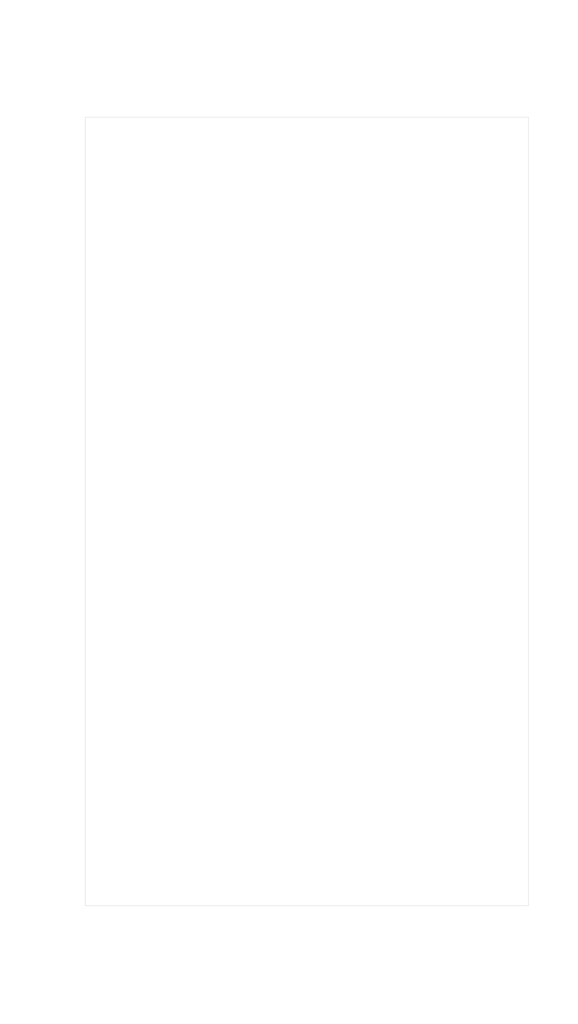
<source format=kicad_pcb>
(kicad_pcb (version 20171130) (host pcbnew "(5.1.10)-1")

  (general
    (thickness 1.6)
    (drawings 33)
    (tracks 0)
    (zones 0)
    (modules 0)
    (nets 1)
  )

  (page A4)
  (layers
    (0 F.Cu signal)
    (31 B.Cu signal)
    (32 B.Adhes user)
    (33 F.Adhes user)
    (34 B.Paste user)
    (35 F.Paste user)
    (36 B.SilkS user)
    (37 F.SilkS user)
    (38 B.Mask user)
    (39 F.Mask user)
    (40 Dwgs.User user)
    (41 Cmts.User user)
    (42 Eco1.User user)
    (43 Eco2.User user)
    (44 Edge.Cuts user)
    (45 Margin user)
    (46 B.CrtYd user)
    (47 F.CrtYd user)
    (48 B.Fab user)
    (49 F.Fab user hide)
  )

  (setup
    (last_trace_width 0.25)
    (trace_clearance 0.2)
    (zone_clearance 0.508)
    (zone_45_only no)
    (trace_min 0.2)
    (via_size 0.8)
    (via_drill 0.4)
    (via_min_size 0.4)
    (via_min_drill 0.3)
    (uvia_size 0.3)
    (uvia_drill 0.1)
    (uvias_allowed no)
    (uvia_min_size 0.2)
    (uvia_min_drill 0.1)
    (edge_width 0.05)
    (segment_width 0.2)
    (pcb_text_width 0.3)
    (pcb_text_size 1.5 1.5)
    (mod_edge_width 0.12)
    (mod_text_size 1 1)
    (mod_text_width 0.15)
    (pad_size 1.524 1.524)
    (pad_drill 0.762)
    (pad_to_mask_clearance 0)
    (aux_axis_origin 0 0)
    (visible_elements 7FFFFF7F)
    (pcbplotparams
      (layerselection 0x010fc_ffffffff)
      (usegerberextensions false)
      (usegerberattributes true)
      (usegerberadvancedattributes true)
      (creategerberjobfile true)
      (excludeedgelayer true)
      (linewidth 0.100000)
      (plotframeref false)
      (viasonmask false)
      (mode 1)
      (useauxorigin false)
      (hpglpennumber 1)
      (hpglpenspeed 20)
      (hpglpendiameter 15.000000)
      (psnegative false)
      (psa4output false)
      (plotreference true)
      (plotvalue true)
      (plotinvisibletext false)
      (padsonsilk false)
      (subtractmaskfromsilk false)
      (outputformat 1)
      (mirror false)
      (drillshape 1)
      (scaleselection 1)
      (outputdirectory ""))
  )

  (net 0 "")

  (net_class Default "This is the default net class."
    (clearance 0.2)
    (trace_width 0.25)
    (via_dia 0.8)
    (via_drill 0.4)
    (uvia_dia 0.3)
    (uvia_drill 0.1)
  )

  (dimension 106 (width 0.15) (layer Dwgs.User)
    (gr_text "106.000 mm" (at 90.7 100.75 270) (layer Dwgs.User)
      (effects (font (size 1 1) (thickness 0.15)))
    )
    (feature1 (pts (xy 98 153.75) (xy 91.413579 153.75)))
    (feature2 (pts (xy 98 47.75) (xy 91.413579 47.75)))
    (crossbar (pts (xy 92 47.75) (xy 92 153.75)))
    (arrow1a (pts (xy 92 153.75) (xy 91.413579 152.623496)))
    (arrow1b (pts (xy 92 153.75) (xy 92.586421 152.623496)))
    (arrow2a (pts (xy 92 47.75) (xy 91.413579 48.876504)))
    (arrow2b (pts (xy 92 47.75) (xy 92.586421 48.876504)))
  )
  (dimension 11.25 (width 0.15) (layer Dwgs.User)
    (gr_text "11.250 mm" (at 90.7 42.125 90) (layer Dwgs.User)
      (effects (font (size 1 1) (thickness 0.15)))
    )
    (feature1 (pts (xy 98 36.5) (xy 91.413579 36.5)))
    (feature2 (pts (xy 98 47.75) (xy 91.413579 47.75)))
    (crossbar (pts (xy 92 47.75) (xy 92 36.5)))
    (arrow1a (pts (xy 92 36.5) (xy 92.586421 37.626504)))
    (arrow1b (pts (xy 92 36.5) (xy 91.413579 37.626504)))
    (arrow2a (pts (xy 92 47.75) (xy 92.586421 46.623496)))
    (arrow2b (pts (xy 92 47.75) (xy 91.413579 46.623496)))
  )
  (gr_line (start 158.1 47.75) (end 98.5 47.75) (layer Edge.Cuts) (width 0.05))
  (gr_line (start 98.5 153.75) (end 98.5 47.75) (layer Edge.Cuts) (width 0.05))
  (dimension 11.25 (width 0.15) (layer Dwgs.User)
    (gr_text "11.250 mm" (at 90.7 159.375 90) (layer Dwgs.User)
      (effects (font (size 1 1) (thickness 0.15)))
    )
    (feature1 (pts (xy 98 153.75) (xy 91.413579 153.75)))
    (feature2 (pts (xy 98 165) (xy 91.413579 165)))
    (crossbar (pts (xy 92 165) (xy 92 153.75)))
    (arrow1a (pts (xy 92 153.75) (xy 92.586421 154.876504)))
    (arrow1b (pts (xy 92 153.75) (xy 91.413579 154.876504)))
    (arrow2a (pts (xy 92 165) (xy 92.586421 163.873496)))
    (arrow2b (pts (xy 92 165) (xy 91.413579 163.873496)))
  )
  (gr_line (start 158.1 153.75) (end 158.1 47.75) (layer Edge.Cuts) (width 0.05))
  (gr_line (start 98.5 153.75) (end 158.1 153.75) (layer Edge.Cuts) (width 0.05))
  (dimension 45.72 (width 0.15) (layer Dwgs.User)
    (gr_text "45.720 mm" (at 128.36 167.8) (layer Dwgs.User)
      (effects (font (size 1 1) (thickness 0.15)))
    )
    (feature1 (pts (xy 151.22 162) (xy 151.22 167.086421)))
    (feature2 (pts (xy 105.5 162) (xy 105.5 167.086421)))
    (crossbar (pts (xy 105.5 166.5) (xy 151.22 166.5)))
    (arrow1a (pts (xy 151.22 166.5) (xy 150.093496 167.086421)))
    (arrow1b (pts (xy 151.22 166.5) (xy 150.093496 165.913579)))
    (arrow2a (pts (xy 105.5 166.5) (xy 106.626504 167.086421)))
    (arrow2b (pts (xy 105.5 166.5) (xy 106.626504 165.913579)))
  )
  (dimension 45.72 (width 0.15) (layer Dwgs.User)
    (gr_text "45.720 mm" (at 128.36 32.7) (layer Dwgs.User)
      (effects (font (size 1 1) (thickness 0.15)))
    )
    (feature1 (pts (xy 151.22 39.5) (xy 151.22 33.413579)))
    (feature2 (pts (xy 105.5 39.5) (xy 105.5 33.413579)))
    (crossbar (pts (xy 105.5 34) (xy 151.22 34)))
    (arrow1a (pts (xy 151.22 34) (xy 150.093496 34.586421)))
    (arrow1b (pts (xy 151.22 34) (xy 150.093496 33.413579)))
    (arrow2a (pts (xy 105.5 34) (xy 106.626504 34.586421)))
    (arrow2b (pts (xy 105.5 34) (xy 106.626504 33.413579)))
  )
  (gr_arc (start 152.22 162) (end 152.22 163.6) (angle -180) (layer Dwgs.User) (width 0.05) (tstamp 616575F6))
  (gr_arc (start 150.22 162) (end 150.22 160.4) (angle -180) (layer Dwgs.User) (width 0.05) (tstamp 616575F5))
  (gr_line (start 152.22 160.4) (end 150.22 160.4) (layer Dwgs.User) (width 0.05) (tstamp 616575F4))
  (gr_line (start 150.22 163.6) (end 152.22 163.6) (layer Dwgs.User) (width 0.05) (tstamp 616575F3))
  (gr_arc (start 152.22 39.5) (end 152.22 41.1) (angle -180) (layer Dwgs.User) (width 0.05) (tstamp 6165755F))
  (gr_line (start 152.22 37.9) (end 150.22 37.9) (layer Dwgs.User) (width 0.05) (tstamp 6165755E))
  (gr_arc (start 150.22 39.5) (end 150.22 37.9) (angle -180) (layer Dwgs.User) (width 0.05) (tstamp 6165755B))
  (gr_line (start 150.22 41.1) (end 152.22 41.1) (layer Dwgs.User) (width 0.05) (tstamp 6165755A))
  (dimension 7.5 (width 0.15) (layer Dwgs.User)
    (gr_text "7.500 mm" (at 101.75 167.8) (layer Dwgs.User)
      (effects (font (size 1 1) (thickness 0.15)))
    )
    (feature1 (pts (xy 98 162) (xy 98 167.086421)))
    (feature2 (pts (xy 105.5 162) (xy 105.5 167.086421)))
    (crossbar (pts (xy 105.5 166.5) (xy 98 166.5)))
    (arrow1a (pts (xy 98 166.5) (xy 99.126504 165.913579)))
    (arrow1b (pts (xy 98 166.5) (xy 99.126504 167.086421)))
    (arrow2a (pts (xy 105.5 166.5) (xy 104.373496 165.913579)))
    (arrow2b (pts (xy 105.5 166.5) (xy 104.373496 167.086421)))
  )
  (dimension 7.5 (width 0.15) (layer Dwgs.User)
    (gr_text "7.500 mm" (at 101.75 32.7) (layer Dwgs.User)
      (effects (font (size 1 1) (thickness 0.15)))
    )
    (feature1 (pts (xy 98 39.5) (xy 98 33.413579)))
    (feature2 (pts (xy 105.5 39.5) (xy 105.5 33.413579)))
    (crossbar (pts (xy 105.5 34) (xy 98 34)))
    (arrow1a (pts (xy 98 34) (xy 99.126504 33.413579)))
    (arrow1b (pts (xy 98 34) (xy 99.126504 34.586421)))
    (arrow2a (pts (xy 105.5 34) (xy 104.373496 33.413579)))
    (arrow2b (pts (xy 105.5 34) (xy 104.373496 34.586421)))
  )
  (gr_arc (start 104.5 162) (end 104.5 160.4) (angle -180) (layer Dwgs.User) (width 0.05) (tstamp 616572F5))
  (gr_line (start 106.5 160.4) (end 104.5 160.4) (layer Dwgs.User) (width 0.05) (tstamp 616572F4))
  (gr_line (start 104.5 163.6) (end 106.5 163.6) (layer Dwgs.User) (width 0.05) (tstamp 616572F3))
  (gr_arc (start 106.5 162) (end 106.5 163.6) (angle -180) (layer Dwgs.User) (width 0.05) (tstamp 616572D5))
  (gr_line (start 104.5 41.1) (end 106.5 41.1) (layer Dwgs.User) (width 0.05) (tstamp 6165721F))
  (gr_arc (start 104.5 39.5) (end 104.5 37.9) (angle -180) (layer Dwgs.User) (width 0.05))
  (gr_line (start 106.5 37.9) (end 104.5 37.9) (layer Dwgs.User) (width 0.05))
  (gr_arc (start 106.5 39.5) (end 106.5 41.1) (angle -180) (layer Dwgs.User) (width 0.05))
  (dimension 128.5 (width 0.15) (layer Dwgs.User)
    (gr_text "128.500 mm" (at 163.4 100.75 90) (layer Dwgs.User)
      (effects (font (size 1 1) (thickness 0.15)))
    )
    (feature1 (pts (xy 158.6 36.5) (xy 162.686421 36.5)))
    (feature2 (pts (xy 158.6 165) (xy 162.686421 165)))
    (crossbar (pts (xy 162.1 165) (xy 162.1 36.5)))
    (arrow1a (pts (xy 162.1 36.5) (xy 162.686421 37.626504)))
    (arrow1b (pts (xy 162.1 36.5) (xy 161.513579 37.626504)))
    (arrow2a (pts (xy 162.1 165) (xy 162.686421 163.873496)))
    (arrow2b (pts (xy 162.1 165) (xy 161.513579 163.873496)))
  )
  (dimension 60.6 (width 0.15) (layer Dwgs.User)
    (gr_text "60.600 mm" (at 128.3 170.3) (layer Dwgs.User)
      (effects (font (size 1 1) (thickness 0.15)))
    )
    (feature1 (pts (xy 158.6 165) (xy 158.6 169.586421)))
    (feature2 (pts (xy 98 165) (xy 98 169.586421)))
    (crossbar (pts (xy 98 169) (xy 158.6 169)))
    (arrow1a (pts (xy 158.6 169) (xy 157.473496 169.586421)))
    (arrow1b (pts (xy 158.6 169) (xy 157.473496 168.413579)))
    (arrow2a (pts (xy 98 169) (xy 99.126504 169.586421)))
    (arrow2b (pts (xy 98 169) (xy 99.126504 168.413579)))
  )
  (gr_line (start 98 36.5) (end 98 165) (layer Dwgs.User) (width 0.05) (tstamp 61656D8B))
  (gr_line (start 158.6 36.5) (end 98 36.5) (layer Dwgs.User) (width 0.05))
  (gr_line (start 158.6 165) (end 158.6 36.5) (layer Dwgs.User) (width 0.05))
  (gr_line (start 98 165) (end 158.6 165) (layer Dwgs.User) (width 0.05))

)

</source>
